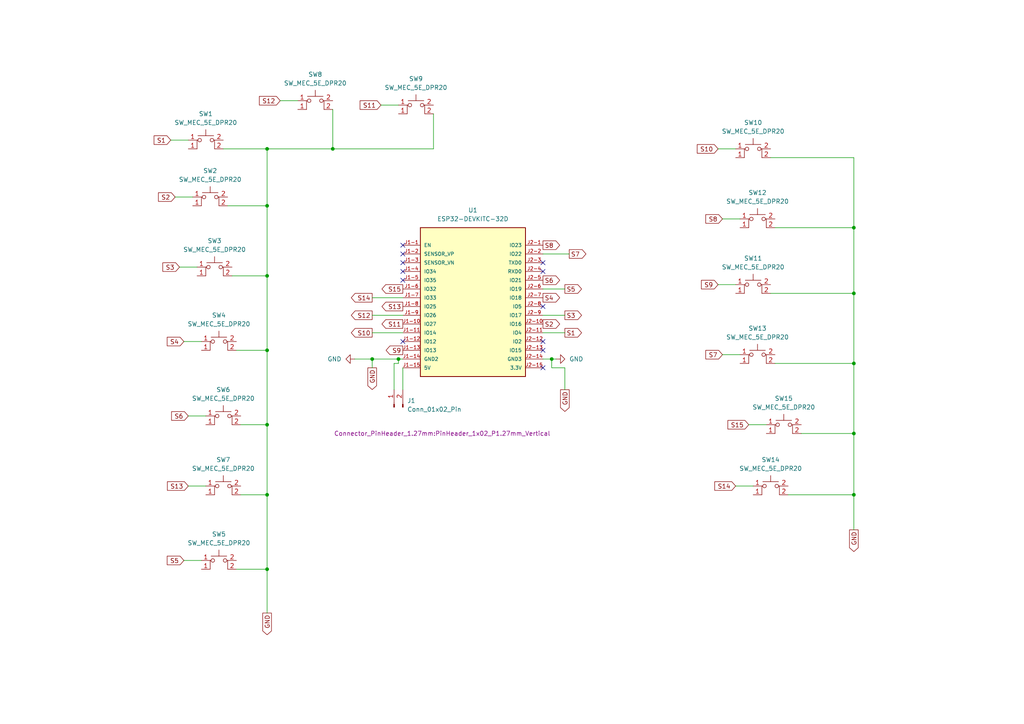
<source format=kicad_sch>
(kicad_sch (version 20230121) (generator eeschema)

  (uuid 8ef0a4eb-efe8-445f-bfd9-0d088f9416fd)

  (paper "A4")

  (title_block
    (title "Teclado macros Bluetooth")
    (date "2024-08-15")
    (rev "V1")
    (company "Daniel Prieto")
  )

  (lib_symbols
    (symbol "Connector:Conn_01x02_Pin" (pin_names (offset 1.016) hide) (in_bom yes) (on_board yes)
      (property "Reference" "J" (at 0 2.54 0)
        (effects (font (size 1.27 1.27)))
      )
      (property "Value" "Conn_01x02_Pin" (at 0 -5.08 0)
        (effects (font (size 1.27 1.27)))
      )
      (property "Footprint" "" (at 0 0 0)
        (effects (font (size 1.27 1.27)) hide)
      )
      (property "Datasheet" "~" (at 0 0 0)
        (effects (font (size 1.27 1.27)) hide)
      )
      (property "ki_locked" "" (at 0 0 0)
        (effects (font (size 1.27 1.27)))
      )
      (property "ki_keywords" "connector" (at 0 0 0)
        (effects (font (size 1.27 1.27)) hide)
      )
      (property "ki_description" "Generic connector, single row, 01x02, script generated" (at 0 0 0)
        (effects (font (size 1.27 1.27)) hide)
      )
      (property "ki_fp_filters" "Connector*:*_1x??_*" (at 0 0 0)
        (effects (font (size 1.27 1.27)) hide)
      )
      (symbol "Conn_01x02_Pin_1_1"
        (polyline
          (pts
            (xy 1.27 -2.54)
            (xy 0.8636 -2.54)
          )
          (stroke (width 0.1524) (type default))
          (fill (type none))
        )
        (polyline
          (pts
            (xy 1.27 0)
            (xy 0.8636 0)
          )
          (stroke (width 0.1524) (type default))
          (fill (type none))
        )
        (rectangle (start 0.8636 -2.413) (end 0 -2.667)
          (stroke (width 0.1524) (type default))
          (fill (type outline))
        )
        (rectangle (start 0.8636 0.127) (end 0 -0.127)
          (stroke (width 0.1524) (type default))
          (fill (type outline))
        )
        (pin passive line (at 5.08 0 180) (length 3.81)
          (name "Pin_1" (effects (font (size 1.27 1.27))))
          (number "1" (effects (font (size 1.27 1.27))))
        )
        (pin passive line (at 5.08 -2.54 180) (length 3.81)
          (name "Pin_2" (effects (font (size 1.27 1.27))))
          (number "2" (effects (font (size 1.27 1.27))))
        )
      )
    )
    (symbol "ESP32-DEVKITC-32D_1" (pin_names (offset 1.016)) (in_bom yes) (on_board yes)
      (property "Reference" "U" (at -15.2572 26.0643 0)
        (effects (font (size 1.27 1.27)) (justify left bottom))
      )
      (property "Value" "ESP32-DEVKITC-32D" (at -15.24 -20.32 0)
        (effects (font (size 1.27 1.27)) (justify left bottom))
      )
      (property "Footprint" "ESP32-DEVKITC-32D:MODULE_ESP32-DEVKITC-32D" (at 0 30.48 0)
        (effects (font (size 1.27 1.27)) (justify bottom) hide)
      )
      (property "Datasheet" "" (at 0 31.75 0)
        (effects (font (size 1.27 1.27)) hide)
      )
      (property "MF" "Espressif Systems" (at -1.27 26.67 0)
        (effects (font (size 1.27 1.27)) (justify bottom) hide)
      )
      (property "MAXIMUM_PACKAGE_HEIGHT" "N/A" (at 0 31.75 0)
        (effects (font (size 1.27 1.27)) (justify bottom) hide)
      )
      (property "Package" "None" (at 0 30.48 0)
        (effects (font (size 1.27 1.27)) (justify bottom) hide)
      )
      (property "Price" "None" (at 0 30.48 0)
        (effects (font (size 1.27 1.27)) (justify bottom) hide)
      )
      (property "Check_prices" "https://www.snapeda.com/parts/ESP32-DEVKITC-32D/Espressif+Systems/view-part/?ref=eda" (at 1.27 38.1 0)
        (effects (font (size 1.27 1.27)) (justify bottom) hide)
      )
      (property "STANDARD" "Manufacturer Recommendations" (at 0 30.48 0)
        (effects (font (size 1.27 1.27)) (justify bottom) hide)
      )
      (property "PARTREV" "V4" (at 0 31.75 0)
        (effects (font (size 1.27 1.27)) (justify bottom) hide)
      )
      (property "SnapEDA_Link" "https://www.snapeda.com/parts/ESP32-DEVKITC-32D/Espressif+Systems/view-part/?ref=snap" (at 1.27 34.29 0)
        (effects (font (size 1.27 1.27)) (justify bottom) hide)
      )
      (property "MP" "ESP32-DEVKITC-32D" (at 0 30.48 0)
        (effects (font (size 1.27 1.27)) (justify bottom) hide)
      )
      (property "Description" "\nWiFi Development Tools (802.11) ESP32 General Development Kit, ESP32-WROOM-32D on the board\n" (at 1.27 34.29 0)
        (effects (font (size 1.27 1.27)) (justify bottom) hide)
      )
      (property "MANUFACTURER" "Espressif Systems" (at 0 30.48 0)
        (effects (font (size 1.27 1.27)) (justify bottom) hide)
      )
      (property "Availability" "In Stock" (at 0 30.48 0)
        (effects (font (size 1.27 1.27)) (justify bottom) hide)
      )
      (property "SNAPEDA_PN" "ESP32-DEVKITC-32D" (at 0 30.48 0)
        (effects (font (size 1.27 1.27)) (justify bottom) hide)
      )
      (symbol "ESP32-DEVKITC-32D_1_0_0"
        (rectangle (start -15.24 25.4) (end 15.24 -17.78)
          (stroke (width 0.254) (type default))
          (fill (type background))
        )
      )
      (symbol "ESP32-DEVKITC-32D_1_1_0"
        (pin input line (at -20.32 20.32 0) (length 5.08)
          (name "EN" (effects (font (size 1.016 1.016))))
          (number "J1-1" (effects (font (size 1.016 1.016))))
        )
        (pin bidirectional line (at -20.32 -2.54 0) (length 5.08)
          (name "IO27" (effects (font (size 1.016 1.016))))
          (number "J1-10" (effects (font (size 1.016 1.016))))
        )
        (pin bidirectional line (at -20.32 -5.08 0) (length 5.08)
          (name "IO14" (effects (font (size 1.016 1.016))))
          (number "J1-11" (effects (font (size 1.016 1.016))))
        )
        (pin bidirectional line (at -20.32 -7.62 0) (length 5.08)
          (name "IO12" (effects (font (size 1.016 1.016))))
          (number "J1-12" (effects (font (size 1.016 1.016))))
        )
        (pin bidirectional line (at -20.32 -10.16 0) (length 5.08)
          (name "IO13" (effects (font (size 1.016 1.016))))
          (number "J1-13" (effects (font (size 1.016 1.016))))
        )
        (pin power_in line (at -20.32 -12.7 0) (length 5.08)
          (name "GND2" (effects (font (size 1.016 1.016))))
          (number "J1-14" (effects (font (size 1.016 1.016))))
        )
        (pin power_in line (at -20.32 -15.24 0) (length 5.08)
          (name "5V" (effects (font (size 1.016 1.016))))
          (number "J1-15" (effects (font (size 1.016 1.016))))
        )
        (pin input line (at -20.32 17.78 0) (length 5.08)
          (name "SENSOR_VP" (effects (font (size 1.016 1.016))))
          (number "J1-2" (effects (font (size 1.016 1.016))))
        )
        (pin input line (at -20.32 15.24 0) (length 5.08)
          (name "SENSOR_VN" (effects (font (size 1.016 1.016))))
          (number "J1-3" (effects (font (size 1.016 1.016))))
        )
        (pin bidirectional line (at -20.32 12.7 0) (length 5.08)
          (name "IO34" (effects (font (size 1.016 1.016))))
          (number "J1-4" (effects (font (size 1.016 1.016))))
        )
        (pin bidirectional line (at -20.32 10.16 0) (length 5.08)
          (name "IO35" (effects (font (size 1.016 1.016))))
          (number "J1-5" (effects (font (size 1.016 1.016))))
        )
        (pin bidirectional line (at -20.32 7.62 0) (length 5.08)
          (name "IO32" (effects (font (size 1.016 1.016))))
          (number "J1-6" (effects (font (size 1.016 1.016))))
        )
        (pin bidirectional line (at -20.32 5.08 0) (length 5.08)
          (name "IO33" (effects (font (size 1.016 1.016))))
          (number "J1-7" (effects (font (size 1.016 1.016))))
        )
        (pin bidirectional line (at -20.32 2.54 0) (length 5.08)
          (name "IO25" (effects (font (size 1.016 1.016))))
          (number "J1-8" (effects (font (size 1.016 1.016))))
        )
        (pin bidirectional line (at -20.32 0 0) (length 5.08)
          (name "IO26" (effects (font (size 1.016 1.016))))
          (number "J1-9" (effects (font (size 1.016 1.016))))
        )
        (pin bidirectional line (at 20.32 20.32 180) (length 5.08)
          (name "IO23" (effects (font (size 1.016 1.016))))
          (number "J2-1" (effects (font (size 1.016 1.016))))
        )
        (pin bidirectional line (at 20.32 -2.54 180) (length 5.08)
          (name "IO16" (effects (font (size 1.016 1.016))))
          (number "J2-10" (effects (font (size 1.016 1.016))))
        )
        (pin bidirectional line (at 20.32 -5.08 180) (length 5.08)
          (name "IO4" (effects (font (size 1.016 1.016))))
          (number "J2-11" (effects (font (size 1.016 1.016))))
        )
        (pin bidirectional line (at 20.32 -7.62 180) (length 5.08)
          (name "IO2" (effects (font (size 1.016 1.016))))
          (number "J2-12" (effects (font (size 1.016 1.016))))
        )
        (pin bidirectional line (at 20.32 -10.16 180) (length 5.08)
          (name "IO15" (effects (font (size 1.016 1.016))))
          (number "J2-13" (effects (font (size 1.016 1.016))))
        )
        (pin power_in line (at 20.32 -12.7 180) (length 5.08)
          (name "GND3" (effects (font (size 1.016 1.016))))
          (number "J2-14" (effects (font (size 1.016 1.016))))
        )
        (pin power_in line (at 20.32 -15.24 180) (length 5.08)
          (name "3.3V" (effects (font (size 1.016 1.016))))
          (number "J2-15" (effects (font (size 1.016 1.016))))
        )
        (pin bidirectional line (at 20.32 17.78 180) (length 5.08)
          (name "IO22" (effects (font (size 1.016 1.016))))
          (number "J2-2" (effects (font (size 1.016 1.016))))
        )
        (pin output line (at 20.32 15.24 180) (length 5.08)
          (name "TXD0" (effects (font (size 1.016 1.016))))
          (number "J2-3" (effects (font (size 1.016 1.016))))
        )
        (pin input line (at 20.32 12.7 180) (length 5.08)
          (name "RXD0" (effects (font (size 1.016 1.016))))
          (number "J2-4" (effects (font (size 1.016 1.016))))
        )
        (pin bidirectional line (at 20.32 10.16 180) (length 5.08)
          (name "IO21" (effects (font (size 1.016 1.016))))
          (number "J2-5" (effects (font (size 1.016 1.016))))
        )
        (pin bidirectional line (at 20.32 7.62 180) (length 5.08)
          (name "IO19" (effects (font (size 1.016 1.016))))
          (number "J2-6" (effects (font (size 1.016 1.016))))
        )
        (pin bidirectional line (at 20.32 5.08 180) (length 5.08)
          (name "IO18" (effects (font (size 1.016 1.016))))
          (number "J2-7" (effects (font (size 1.016 1.016))))
        )
        (pin bidirectional line (at 20.32 2.54 180) (length 5.08)
          (name "IO5" (effects (font (size 1.016 1.016))))
          (number "J2-8" (effects (font (size 1.016 1.016))))
        )
        (pin bidirectional line (at 20.32 0 180) (length 5.08)
          (name "IO17" (effects (font (size 1.016 1.016))))
          (number "J2-9" (effects (font (size 1.016 1.016))))
        )
      )
    )
    (symbol "SW_MEC_5E_1" (pin_names (offset 1.016) hide) (in_bom yes) (on_board yes)
      (property "Reference" "SW" (at 0.635 5.715 0)
        (effects (font (size 1.27 1.27)) (justify left))
      )
      (property "Value" "SW_MEC_5E" (at 0 -3.175 0)
        (effects (font (size 1.27 1.27)))
      )
      (property "Footprint" "" (at 0 7.62 0)
        (effects (font (size 1.27 1.27)) hide)
      )
      (property "Datasheet" "http://www.apem.com/int/index.php?controller=attachment&id_attachment=1371" (at 0 7.62 0)
        (effects (font (size 1.27 1.27)) hide)
      )
      (property "ki_keywords" "switch normally-open pushbutton push-button" (at 0 0 0)
        (effects (font (size 1.27 1.27)) hide)
      )
      (property "ki_description" "MEC 5E single pole normally-open tactile switch" (at 0 0 0)
        (effects (font (size 1.27 1.27)) hide)
      )
      (property "ki_fp_filters" "SW*MEC*5G*" (at 0 0 0)
        (effects (font (size 1.27 1.27)) hide)
      )
      (symbol "SW_MEC_5E_1_0_1"
        (circle (center -1.778 2.54) (radius 0.508)
          (stroke (width 0) (type default))
          (fill (type none))
        )
        (polyline
          (pts
            (xy -2.286 3.81)
            (xy 2.286 3.81)
          )
          (stroke (width 0) (type default))
          (fill (type none))
        )
        (polyline
          (pts
            (xy 0 3.81)
            (xy 0 5.588)
          )
          (stroke (width 0) (type default))
          (fill (type none))
        )
        (polyline
          (pts
            (xy -2.54 0)
            (xy -2.54 2.54)
            (xy -2.286 2.54)
          )
          (stroke (width 0) (type default))
          (fill (type none))
        )
        (polyline
          (pts
            (xy 2.54 0)
            (xy 2.54 2.54)
            (xy 2.286 2.54)
          )
          (stroke (width 0) (type default))
          (fill (type none))
        )
        (circle (center 1.778 2.54) (radius 0.508)
          (stroke (width 0) (type default))
          (fill (type none))
        )
      )
      (symbol "SW_MEC_5E_1_1_1"
        (pin passive line (at -5.08 0 0) (length 2.54)
          (name "1" (effects (font (size 1.27 1.27))))
          (number "1" (effects (font (size 1.27 1.27))))
        )
        (pin passive line (at -5.08 2.54 0) (length 2.54)
          (name "1" (effects (font (size 1.27 1.27))))
          (number "1" (effects (font (size 1.27 1.27))))
        )
        (pin passive line (at 5.08 0 180) (length 2.54)
          (name "2" (effects (font (size 1.27 1.27))))
          (number "2" (effects (font (size 1.27 1.27))))
        )
        (pin passive line (at 5.08 2.54 180) (length 2.54)
          (name "2" (effects (font (size 1.27 1.27))))
          (number "2" (effects (font (size 1.27 1.27))))
        )
      )
    )
    (symbol "Switch:SW_MEC_5E_DPR20" (pin_names (offset 1.016) hide) (in_bom yes) (on_board yes)
      (property "Reference" "SW" (at 0.635 5.715 0)
        (effects (font (size 1.27 1.27)) (justify left))
      )
      (property "Value" "SW_MEC_5E_DPR20" (at 0 -3.175 0)
        (effects (font (size 1.27 1.27)))
      )
      (property "Footprint" "" (at 0 7.62 0)
        (effects (font (size 1.27 1.27)) hide)
      )
      (property "Datasheet" "http://www.apem.com/int/index.php?controller=attachment&id_attachment=1371" (at 0 7.62 0)
        (effects (font (size 1.27 1.27)) hide)
      )
      (property "ki_keywords" "switch normally-open pushbutton push-button" (at 0 0 0)
        (effects (font (size 1.27 1.27)) hide)
      )
      (property "ki_description" "MEC 5E single pole normally-open tactile switch" (at 0 0 0)
        (effects (font (size 1.27 1.27)) hide)
      )
      (property "ki_fp_filters" "SW*MEC*5G*" (at 0 0 0)
        (effects (font (size 1.27 1.27)) hide)
      )
      (symbol "SW_MEC_5E_DPR20_0_1"
        (circle (center -1.778 2.54) (radius 0.508)
          (stroke (width 0) (type default))
          (fill (type none))
        )
        (polyline
          (pts
            (xy -2.286 3.81)
            (xy 2.286 3.81)
          )
          (stroke (width 0) (type default))
          (fill (type none))
        )
        (polyline
          (pts
            (xy 0 3.81)
            (xy 0 5.588)
          )
          (stroke (width 0) (type default))
          (fill (type none))
        )
        (polyline
          (pts
            (xy -2.54 0)
            (xy -2.54 2.54)
            (xy -2.286 2.54)
          )
          (stroke (width 0) (type default))
          (fill (type none))
        )
        (polyline
          (pts
            (xy 2.54 0)
            (xy 2.54 2.54)
            (xy 2.286 2.54)
          )
          (stroke (width 0) (type default))
          (fill (type none))
        )
        (circle (center 1.778 2.54) (radius 0.508)
          (stroke (width 0) (type default))
          (fill (type none))
        )
      )
      (symbol "SW_MEC_5E_DPR20_1_1"
        (pin passive line (at -5.08 0 0) (length 2.54)
          (name "1" (effects (font (size 1.27 1.27))))
          (number "1" (effects (font (size 1.27 1.27))))
        )
        (pin passive line (at -5.08 2.54 0) (length 2.54)
          (name "1" (effects (font (size 1.27 1.27))))
          (number "1" (effects (font (size 1.27 1.27))))
        )
        (pin passive line (at 5.08 0 180) (length 2.54)
          (name "2" (effects (font (size 1.27 1.27))))
          (number "2" (effects (font (size 1.27 1.27))))
        )
        (pin passive line (at 5.08 2.54 180) (length 2.54)
          (name "2" (effects (font (size 1.27 1.27))))
          (number "2" (effects (font (size 1.27 1.27))))
        )
      )
    )
    (symbol "power:GND" (power) (pin_names (offset 0)) (in_bom yes) (on_board yes)
      (property "Reference" "#PWR" (at 0 -6.35 0)
        (effects (font (size 1.27 1.27)) hide)
      )
      (property "Value" "GND" (at 0 -3.81 0)
        (effects (font (size 1.27 1.27)))
      )
      (property "Footprint" "" (at 0 0 0)
        (effects (font (size 1.27 1.27)) hide)
      )
      (property "Datasheet" "" (at 0 0 0)
        (effects (font (size 1.27 1.27)) hide)
      )
      (property "ki_keywords" "global power" (at 0 0 0)
        (effects (font (size 1.27 1.27)) hide)
      )
      (property "ki_description" "Power symbol creates a global label with name \"GND\" , ground" (at 0 0 0)
        (effects (font (size 1.27 1.27)) hide)
      )
      (symbol "GND_0_1"
        (polyline
          (pts
            (xy 0 0)
            (xy 0 -1.27)
            (xy 1.27 -1.27)
            (xy 0 -2.54)
            (xy -1.27 -1.27)
            (xy 0 -1.27)
          )
          (stroke (width 0) (type default))
          (fill (type none))
        )
      )
      (symbol "GND_1_1"
        (pin power_in line (at 0 0 270) (length 0) hide
          (name "GND" (effects (font (size 1.27 1.27))))
          (number "1" (effects (font (size 1.27 1.27))))
        )
      )
    )
  )

  (junction (at 247.65 125.73) (diameter 0) (color 0 0 0 0)
    (uuid 13207f69-8ea3-49f9-8262-22a172e4e4a9)
  )
  (junction (at 77.47 59.69) (diameter 0) (color 0 0 0 0)
    (uuid 32a706d9-10f6-4007-b3a6-bb4da5904ace)
  )
  (junction (at 247.65 143.51) (diameter 0) (color 0 0 0 0)
    (uuid 34b6d63b-21f9-477c-8cb5-22c55033760f)
  )
  (junction (at 77.47 80.01) (diameter 0) (color 0 0 0 0)
    (uuid 495fe60f-6c09-4978-b762-778572ddc58a)
  )
  (junction (at 96.52 43.18) (diameter 0) (color 0 0 0 0)
    (uuid 4d7036ca-13b4-4297-ab8b-14b070fd030e)
  )
  (junction (at 247.65 105.41) (diameter 0) (color 0 0 0 0)
    (uuid 4e2cc79d-c2c4-4d58-8191-8c923c3bf535)
  )
  (junction (at 77.47 123.19) (diameter 0) (color 0 0 0 0)
    (uuid 4f9383b3-01bb-48c8-a22e-6dc8f03f6a58)
  )
  (junction (at 77.47 101.6) (diameter 0) (color 0 0 0 0)
    (uuid 570f7fdb-e0ec-4afe-89c9-6864f46fa90b)
  )
  (junction (at 115.57 104.14) (diameter 0) (color 0 0 0 0)
    (uuid 5a6859c7-829c-41c1-8476-fc2c3cd0c782)
  )
  (junction (at 160.02 104.14) (diameter 0) (color 0 0 0 0)
    (uuid 693d9d84-6ff5-4ddd-9b27-81181163264c)
  )
  (junction (at 107.95 104.14) (diameter 0) (color 0 0 0 0)
    (uuid 7f28b300-a4eb-42d2-beac-5786a3ec981e)
  )
  (junction (at 247.65 66.04) (diameter 0) (color 0 0 0 0)
    (uuid 806a5d9d-1fef-4caf-9f87-45b35b4a3cf7)
  )
  (junction (at 77.47 143.51) (diameter 0) (color 0 0 0 0)
    (uuid 9447e014-3d89-4341-bb31-4590508972bd)
  )
  (junction (at 77.47 43.18) (diameter 0) (color 0 0 0 0)
    (uuid b41a94d1-2bcc-4b9d-a10f-72f43b9d112c)
  )
  (junction (at 247.65 85.09) (diameter 0) (color 0 0 0 0)
    (uuid d0608fb4-7cf5-4f03-909f-2e913dc6ba71)
  )
  (junction (at 77.47 165.1) (diameter 0) (color 0 0 0 0)
    (uuid f43b1c99-c1e5-4409-bdf9-47d7e27aa22a)
  )

  (no_connect (at 157.48 76.2) (uuid 1b520271-f6b2-4424-b5d5-2deb32f8674d))
  (no_connect (at 116.84 73.66) (uuid 1c1a66cf-1003-48d3-bf24-14184b28fb1c))
  (no_connect (at 116.84 81.28) (uuid 2471ee9c-783a-4afd-a9e7-371f8be7916f))
  (no_connect (at 157.48 78.74) (uuid 3eab1aa5-a5f6-4a34-81fa-8b589b21731e))
  (no_connect (at 157.48 101.6) (uuid 42ef4a45-fee9-4244-a77a-f5d6b3a756ce))
  (no_connect (at 116.84 78.74) (uuid 5ea2f48b-c9b8-470a-babd-df14c33758d7))
  (no_connect (at 116.84 71.12) (uuid 7348cf18-d2bd-43f7-bb0d-f1a001be30ec))
  (no_connect (at 116.84 76.2) (uuid 92257370-f11e-44a7-a8ef-eccd94da8d0d))
  (no_connect (at 157.48 106.68) (uuid ad6d2164-cd3f-4499-a0c3-a4d9aa5c0c79))
  (no_connect (at 157.48 88.9) (uuid bec74a3c-29d5-4f9d-9c20-840fb1c8bd15))
  (no_connect (at 157.48 99.06) (uuid f1c23882-aeec-44df-909a-251fc9e597c5))
  (no_connect (at 116.84 99.06) (uuid fda62142-a80a-4c5c-b9bf-38c9d8f9d9f2))

  (wire (pts (xy 208.28 82.55) (xy 213.36 82.55))
    (stroke (width 0) (type default))
    (uuid 0569ec60-f8c6-4448-9434-c8b5b5ffeb8e)
  )
  (wire (pts (xy 115.57 105.41) (xy 115.57 104.14))
    (stroke (width 0) (type default))
    (uuid 06ba0abc-3247-4149-a633-eab2848279f6)
  )
  (wire (pts (xy 114.3 113.03) (xy 114.3 105.41))
    (stroke (width 0) (type default))
    (uuid 0a352c10-9ddb-4171-bc24-6f6d2662d2da)
  )
  (wire (pts (xy 157.48 96.52) (xy 163.83 96.52))
    (stroke (width 0) (type default))
    (uuid 0f10109b-f91a-409a-809b-88b1b4725f43)
  )
  (wire (pts (xy 68.58 101.6) (xy 77.47 101.6))
    (stroke (width 0) (type default))
    (uuid 0f910e42-9ade-4782-bcf5-af394fd0ef66)
  )
  (wire (pts (xy 66.04 59.69) (xy 77.47 59.69))
    (stroke (width 0) (type default))
    (uuid 12b8beb4-a656-4ad8-bc09-96f5e70e3196)
  )
  (wire (pts (xy 96.52 31.75) (xy 96.52 43.18))
    (stroke (width 0) (type default))
    (uuid 14784d80-7bad-4339-a098-613cce1f81a5)
  )
  (wire (pts (xy 223.52 85.09) (xy 247.65 85.09))
    (stroke (width 0) (type default))
    (uuid 19fe3eb7-2bb9-4de8-9622-de85b13292ae)
  )
  (wire (pts (xy 247.65 105.41) (xy 247.65 85.09))
    (stroke (width 0) (type default))
    (uuid 2149e348-7ef3-4af2-a66c-58ad1287ec8c)
  )
  (wire (pts (xy 157.48 83.82) (xy 163.83 83.82))
    (stroke (width 0) (type default))
    (uuid 28ca3670-cde7-4f38-895e-e54b75164751)
  )
  (wire (pts (xy 53.34 162.56) (xy 58.42 162.56))
    (stroke (width 0) (type default))
    (uuid 2fc16177-5bc1-41e3-b7f2-20546dc7cf5e)
  )
  (wire (pts (xy 114.3 105.41) (xy 115.57 105.41))
    (stroke (width 0) (type default))
    (uuid 314ef66a-f95d-4b89-97a4-3fb8b820c2ee)
  )
  (wire (pts (xy 50.8 57.15) (xy 55.88 57.15))
    (stroke (width 0) (type default))
    (uuid 33efc6a6-86e0-4af4-a489-835f10d10547)
  )
  (wire (pts (xy 77.47 43.18) (xy 77.47 59.69))
    (stroke (width 0) (type default))
    (uuid 37314e5b-6a7f-49fe-bd4a-8103e7520a59)
  )
  (wire (pts (xy 209.55 63.5) (xy 214.63 63.5))
    (stroke (width 0) (type default))
    (uuid 3917967e-8341-4968-bdcd-a5388291b3fe)
  )
  (wire (pts (xy 77.47 59.69) (xy 77.47 80.01))
    (stroke (width 0) (type default))
    (uuid 3b0b5696-7158-475b-8e82-ec59c77698d2)
  )
  (wire (pts (xy 228.6 143.51) (xy 247.65 143.51))
    (stroke (width 0) (type default))
    (uuid 3d153bd2-40b9-4d5b-a149-6e451246425d)
  )
  (wire (pts (xy 232.41 125.73) (xy 247.65 125.73))
    (stroke (width 0) (type default))
    (uuid 3ecadd83-708e-4396-aba9-b635853a4567)
  )
  (wire (pts (xy 163.83 113.03) (xy 163.83 106.68))
    (stroke (width 0) (type default))
    (uuid 467cdb73-fb5a-4546-b81e-ec8c9f680528)
  )
  (wire (pts (xy 67.31 80.01) (xy 77.47 80.01))
    (stroke (width 0) (type default))
    (uuid 479d11b6-b33f-44f2-96c0-a69b12321b8b)
  )
  (wire (pts (xy 77.47 123.19) (xy 77.47 143.51))
    (stroke (width 0) (type default))
    (uuid 4e1adbde-e4b0-4487-8ae4-0fffe0a08073)
  )
  (wire (pts (xy 102.87 104.14) (xy 107.95 104.14))
    (stroke (width 0) (type default))
    (uuid 4e61ad9c-df84-4760-8089-886061307df2)
  )
  (wire (pts (xy 52.07 77.47) (xy 57.15 77.47))
    (stroke (width 0) (type default))
    (uuid 5db848cc-45d1-40c2-966b-677fc64958e8)
  )
  (wire (pts (xy 77.47 101.6) (xy 77.47 123.19))
    (stroke (width 0) (type default))
    (uuid 5f96c818-559a-411a-affc-9a3aa049bce2)
  )
  (wire (pts (xy 53.34 99.06) (xy 58.42 99.06))
    (stroke (width 0) (type default))
    (uuid 62214c9c-d0d6-41ed-aa3c-6167c0167e13)
  )
  (wire (pts (xy 217.17 123.19) (xy 222.25 123.19))
    (stroke (width 0) (type default))
    (uuid 6480538f-8191-40cc-b21b-baf5f102c7f3)
  )
  (wire (pts (xy 69.85 143.51) (xy 77.47 143.51))
    (stroke (width 0) (type default))
    (uuid 65cc64f5-681c-4bba-9c73-3843b40af130)
  )
  (wire (pts (xy 54.61 140.97) (xy 59.69 140.97))
    (stroke (width 0) (type default))
    (uuid 661daee1-9263-498f-b5f8-42699f96ebd3)
  )
  (wire (pts (xy 224.79 105.41) (xy 247.65 105.41))
    (stroke (width 0) (type default))
    (uuid 6cf42ef3-e252-4753-8ac8-489e2068c790)
  )
  (wire (pts (xy 54.61 120.65) (xy 59.69 120.65))
    (stroke (width 0) (type default))
    (uuid 6d1afe8b-5429-4abd-9881-e5d91542d356)
  )
  (wire (pts (xy 247.65 143.51) (xy 247.65 125.73))
    (stroke (width 0) (type default))
    (uuid 6da7d0cf-75a0-4b37-b787-a1fb1d3ee459)
  )
  (wire (pts (xy 107.95 104.14) (xy 107.95 106.68))
    (stroke (width 0) (type default))
    (uuid 71c09513-443b-49fb-b275-8db900e008d8)
  )
  (wire (pts (xy 157.48 73.66) (xy 165.1 73.66))
    (stroke (width 0) (type default))
    (uuid 75848deb-d687-4e70-a820-5acf79de0cc5)
  )
  (wire (pts (xy 224.79 66.04) (xy 247.65 66.04))
    (stroke (width 0) (type default))
    (uuid 7591d2ba-e2d7-49f3-95ef-052fdfa036b5)
  )
  (wire (pts (xy 209.55 102.87) (xy 214.63 102.87))
    (stroke (width 0) (type default))
    (uuid 8644d22e-6284-44fa-97ee-f4aea651f3f5)
  )
  (wire (pts (xy 247.65 125.73) (xy 247.65 105.41))
    (stroke (width 0) (type default))
    (uuid 86685528-d5c6-4ecb-a9ef-dbc9e70a685c)
  )
  (wire (pts (xy 247.65 85.09) (xy 247.65 66.04))
    (stroke (width 0) (type default))
    (uuid 88f4baba-6552-45b6-8832-add6dad2cbbf)
  )
  (wire (pts (xy 69.85 123.19) (xy 77.47 123.19))
    (stroke (width 0) (type default))
    (uuid 992026ab-dc80-4822-881e-7d905fa463dd)
  )
  (wire (pts (xy 160.02 106.68) (xy 160.02 104.14))
    (stroke (width 0) (type default))
    (uuid a132c929-058e-421b-a338-98b1b119a26f)
  )
  (wire (pts (xy 49.53 40.64) (xy 54.61 40.64))
    (stroke (width 0) (type default))
    (uuid a21fb939-6107-43d7-9f34-f1b5e316c6d8)
  )
  (wire (pts (xy 68.58 165.1) (xy 77.47 165.1))
    (stroke (width 0) (type default))
    (uuid a61d102e-fad7-49c9-a595-fbdae50e13ec)
  )
  (wire (pts (xy 115.57 104.14) (xy 116.84 104.14))
    (stroke (width 0) (type default))
    (uuid a660e145-bd5b-4b48-893a-a09d7d7e4c08)
  )
  (wire (pts (xy 107.95 86.36) (xy 116.84 86.36))
    (stroke (width 0) (type default))
    (uuid a8865e5c-7606-4c6d-b79d-128387d14619)
  )
  (wire (pts (xy 247.65 66.04) (xy 247.65 45.72))
    (stroke (width 0) (type default))
    (uuid aa7a801a-21a6-4072-8762-24129c40c984)
  )
  (wire (pts (xy 157.48 91.44) (xy 163.83 91.44))
    (stroke (width 0) (type default))
    (uuid aabcc0e4-ba57-4001-abe6-cfae2d61872a)
  )
  (wire (pts (xy 81.28 29.21) (xy 86.36 29.21))
    (stroke (width 0) (type default))
    (uuid b2d102ae-ac86-4d30-9317-04c48d33826d)
  )
  (wire (pts (xy 77.47 165.1) (xy 77.47 177.8))
    (stroke (width 0) (type default))
    (uuid b51910a8-7723-4c53-8d2a-762d7daec490)
  )
  (wire (pts (xy 116.84 106.68) (xy 116.84 113.03))
    (stroke (width 0) (type default))
    (uuid bb189673-190d-4818-94bf-7fdd56343a9a)
  )
  (wire (pts (xy 160.02 104.14) (xy 161.29 104.14))
    (stroke (width 0) (type default))
    (uuid bd25834a-a15c-46cf-906d-0ffc16d57921)
  )
  (wire (pts (xy 77.47 80.01) (xy 77.47 101.6))
    (stroke (width 0) (type default))
    (uuid bf5fd6cc-9af1-4ac6-ab8c-af9f2dcb9ac2)
  )
  (wire (pts (xy 125.73 33.02) (xy 125.73 43.18))
    (stroke (width 0) (type default))
    (uuid c132f850-1fa2-4de2-946b-5ae2b8119ed7)
  )
  (wire (pts (xy 208.28 43.18) (xy 213.36 43.18))
    (stroke (width 0) (type default))
    (uuid cb72ef22-fc30-44cd-8ea8-35c69c3fd399)
  )
  (wire (pts (xy 96.52 43.18) (xy 125.73 43.18))
    (stroke (width 0) (type default))
    (uuid cbab295b-d156-4bc7-a64a-5fe5258d2933)
  )
  (wire (pts (xy 77.47 143.51) (xy 77.47 165.1))
    (stroke (width 0) (type default))
    (uuid d28bc2fd-f831-401e-b7d1-d7c136c4a76d)
  )
  (wire (pts (xy 163.83 106.68) (xy 160.02 106.68))
    (stroke (width 0) (type default))
    (uuid d60a9671-2e2c-429b-a39f-83d4a73f1540)
  )
  (wire (pts (xy 107.95 104.14) (xy 115.57 104.14))
    (stroke (width 0) (type default))
    (uuid d7325bdb-4a25-4997-88db-e98fb59dad61)
  )
  (wire (pts (xy 247.65 153.67) (xy 247.65 143.51))
    (stroke (width 0) (type default))
    (uuid da201aeb-aa01-4b2e-b866-c913cdd6a699)
  )
  (wire (pts (xy 77.47 43.18) (xy 96.52 43.18))
    (stroke (width 0) (type default))
    (uuid dacda3e2-86cd-4299-be60-ff2cc9a14dd3)
  )
  (wire (pts (xy 107.95 91.44) (xy 116.84 91.44))
    (stroke (width 0) (type default))
    (uuid db48c383-b5cd-4a76-b49a-35866221aba1)
  )
  (wire (pts (xy 110.49 30.48) (xy 115.57 30.48))
    (stroke (width 0) (type default))
    (uuid e6b8b9d4-3029-4bfb-9cb7-56a3b38b5cb0)
  )
  (wire (pts (xy 64.77 43.18) (xy 77.47 43.18))
    (stroke (width 0) (type default))
    (uuid ebc7b40b-4acd-4a88-af0b-59f60e8a7c18)
  )
  (wire (pts (xy 213.36 140.97) (xy 218.44 140.97))
    (stroke (width 0) (type default))
    (uuid ef3f90a2-608c-4d84-b799-c73a1c990b26)
  )
  (wire (pts (xy 157.48 104.14) (xy 160.02 104.14))
    (stroke (width 0) (type default))
    (uuid f77bef2e-280c-455b-b8ca-421b45af9efe)
  )
  (wire (pts (xy 247.65 45.72) (xy 223.52 45.72))
    (stroke (width 0) (type default))
    (uuid fa686146-c5c3-4448-b885-d015006ea165)
  )
  (wire (pts (xy 107.95 96.52) (xy 116.84 96.52))
    (stroke (width 0) (type default))
    (uuid fac67b1f-3a27-47e7-94cd-5c68a7c38430)
  )

  (global_label "S2" (shape input) (at 50.8 57.15 180) (fields_autoplaced)
    (effects (font (size 1.27 1.27)) (justify right))
    (uuid 0dbbc1ae-d423-4769-b850-5a7f00baf63a)
    (property "Intersheetrefs" "${INTERSHEET_REFS}" (at 45.3958 57.15 0)
      (effects (font (size 1.27 1.27)) (justify right) hide)
    )
  )
  (global_label "S4" (shape input) (at 53.34 99.06 180) (fields_autoplaced)
    (effects (font (size 1.27 1.27)) (justify right))
    (uuid 18e4c8cb-d880-40ef-be23-4f30246b3827)
    (property "Intersheetrefs" "${INTERSHEET_REFS}" (at 47.9358 99.06 0)
      (effects (font (size 1.27 1.27)) (justify right) hide)
    )
  )
  (global_label "S10" (shape input) (at 208.28 43.18 180) (fields_autoplaced)
    (effects (font (size 1.27 1.27)) (justify right))
    (uuid 233ad54a-00dc-4963-958a-b6e0c17a1918)
    (property "Intersheetrefs" "${INTERSHEET_REFS}" (at 201.6663 43.18 0)
      (effects (font (size 1.27 1.27)) (justify right) hide)
    )
  )
  (global_label "S4" (shape output) (at 157.48 86.36 0) (fields_autoplaced)
    (effects (font (size 1.27 1.27)) (justify left))
    (uuid 3386981e-5485-44dd-9c80-a6f35503727b)
    (property "Intersheetrefs" "${INTERSHEET_REFS}" (at 162.8842 86.36 0)
      (effects (font (size 1.27 1.27)) (justify left) hide)
    )
  )
  (global_label "S2" (shape output) (at 157.48 93.98 0) (fields_autoplaced)
    (effects (font (size 1.27 1.27)) (justify left))
    (uuid 3963107a-22d7-4afa-bed7-bee6f9b8f865)
    (property "Intersheetrefs" "${INTERSHEET_REFS}" (at 162.8842 93.98 0)
      (effects (font (size 1.27 1.27)) (justify left) hide)
    )
  )
  (global_label "S11" (shape output) (at 116.84 93.98 180) (fields_autoplaced)
    (effects (font (size 1.27 1.27)) (justify right))
    (uuid 4d1d54f0-4abe-434c-a508-b92088c73fd7)
    (property "Intersheetrefs" "${INTERSHEET_REFS}" (at 110.2263 93.98 0)
      (effects (font (size 1.27 1.27)) (justify right) hide)
    )
  )
  (global_label "S3" (shape output) (at 163.83 91.44 0) (fields_autoplaced)
    (effects (font (size 1.27 1.27)) (justify left))
    (uuid 51a55f83-06b0-40f0-9745-d50ba4c391dc)
    (property "Intersheetrefs" "${INTERSHEET_REFS}" (at 169.2342 91.44 0)
      (effects (font (size 1.27 1.27)) (justify left) hide)
    )
  )
  (global_label "GND" (shape output) (at 77.47 177.8 270) (fields_autoplaced)
    (effects (font (size 1.27 1.27)) (justify right))
    (uuid 58b6fecd-4978-427b-8847-05a54103ed43)
    (property "Intersheetrefs" "${INTERSHEET_REFS}" (at 77.47 184.6557 90)
      (effects (font (size 1.27 1.27)) (justify right) hide)
    )
  )
  (global_label "GND" (shape output) (at 163.83 113.03 270) (fields_autoplaced)
    (effects (font (size 1.27 1.27)) (justify right))
    (uuid 5abd9c1f-48d6-47de-bb73-0db6edf69540)
    (property "Intersheetrefs" "${INTERSHEET_REFS}" (at 163.83 119.8857 90)
      (effects (font (size 1.27 1.27)) (justify right) hide)
    )
  )
  (global_label "S1" (shape output) (at 163.83 96.52 0) (fields_autoplaced)
    (effects (font (size 1.27 1.27)) (justify left))
    (uuid 6e1fb0bd-d07f-4172-88f1-d63ab544e703)
    (property "Intersheetrefs" "${INTERSHEET_REFS}" (at 169.2342 96.52 0)
      (effects (font (size 1.27 1.27)) (justify left) hide)
    )
  )
  (global_label "S13" (shape output) (at 116.84 88.9 180) (fields_autoplaced)
    (effects (font (size 1.27 1.27)) (justify right))
    (uuid 6eb125ed-cf15-4b72-8dec-61b825c4add2)
    (property "Intersheetrefs" "${INTERSHEET_REFS}" (at 110.2263 88.9 0)
      (effects (font (size 1.27 1.27)) (justify right) hide)
    )
  )
  (global_label "S1" (shape input) (at 49.53 40.64 180) (fields_autoplaced)
    (effects (font (size 1.27 1.27)) (justify right))
    (uuid 745a627c-1a96-430f-b06f-aaf01ad86b58)
    (property "Intersheetrefs" "${INTERSHEET_REFS}" (at 44.1258 40.64 0)
      (effects (font (size 1.27 1.27)) (justify right) hide)
    )
  )
  (global_label "S11" (shape input) (at 110.49 30.48 180) (fields_autoplaced)
    (effects (font (size 1.27 1.27)) (justify right))
    (uuid 76aba163-d08a-4f50-a7db-50eda23c1832)
    (property "Intersheetrefs" "${INTERSHEET_REFS}" (at 103.8763 30.48 0)
      (effects (font (size 1.27 1.27)) (justify right) hide)
    )
  )
  (global_label "S7" (shape output) (at 165.1 73.66 0) (fields_autoplaced)
    (effects (font (size 1.27 1.27)) (justify left))
    (uuid 84080487-49d7-4bb5-a6ed-882785b214a4)
    (property "Intersheetrefs" "${INTERSHEET_REFS}" (at 170.5042 73.66 0)
      (effects (font (size 1.27 1.27)) (justify left) hide)
    )
  )
  (global_label "S12" (shape input) (at 81.28 29.21 180) (fields_autoplaced)
    (effects (font (size 1.27 1.27)) (justify right))
    (uuid 8670c3ee-e4d2-4572-9045-91bd4bb24576)
    (property "Intersheetrefs" "${INTERSHEET_REFS}" (at 74.6663 29.21 0)
      (effects (font (size 1.27 1.27)) (justify right) hide)
    )
  )
  (global_label "S15" (shape output) (at 116.84 83.82 180) (fields_autoplaced)
    (effects (font (size 1.27 1.27)) (justify right))
    (uuid 8a2162ca-7fee-47c6-8bea-3792b4862ea9)
    (property "Intersheetrefs" "${INTERSHEET_REFS}" (at 110.2263 83.82 0)
      (effects (font (size 1.27 1.27)) (justify right) hide)
    )
  )
  (global_label "S3" (shape input) (at 52.07 77.47 180) (fields_autoplaced)
    (effects (font (size 1.27 1.27)) (justify right))
    (uuid 8d11ad9a-2e87-470d-b592-598220fdd04a)
    (property "Intersheetrefs" "${INTERSHEET_REFS}" (at 46.6658 77.47 0)
      (effects (font (size 1.27 1.27)) (justify right) hide)
    )
  )
  (global_label "S5" (shape input) (at 53.34 162.56 180) (fields_autoplaced)
    (effects (font (size 1.27 1.27)) (justify right))
    (uuid 903bcbc1-9354-4439-893b-b62955da257b)
    (property "Intersheetrefs" "${INTERSHEET_REFS}" (at 47.9358 162.56 0)
      (effects (font (size 1.27 1.27)) (justify right) hide)
    )
  )
  (global_label "S7" (shape input) (at 209.55 102.87 180) (fields_autoplaced)
    (effects (font (size 1.27 1.27)) (justify right))
    (uuid 932083a0-7c81-4653-808f-5c008066b830)
    (property "Intersheetrefs" "${INTERSHEET_REFS}" (at 204.1458 102.87 0)
      (effects (font (size 1.27 1.27)) (justify right) hide)
    )
  )
  (global_label "S9" (shape output) (at 116.84 101.6 180) (fields_autoplaced)
    (effects (font (size 1.27 1.27)) (justify right))
    (uuid 9353af8b-3858-4986-8af1-a1cdd72d5d8a)
    (property "Intersheetrefs" "${INTERSHEET_REFS}" (at 111.4358 101.6 0)
      (effects (font (size 1.27 1.27)) (justify right) hide)
    )
  )
  (global_label "S15" (shape input) (at 217.17 123.19 180) (fields_autoplaced)
    (effects (font (size 1.27 1.27)) (justify right))
    (uuid 94941306-7ce9-4b19-80ac-258fa2fc98ac)
    (property "Intersheetrefs" "${INTERSHEET_REFS}" (at 210.5563 123.19 0)
      (effects (font (size 1.27 1.27)) (justify right) hide)
    )
  )
  (global_label "S6" (shape output) (at 157.48 81.28 0) (fields_autoplaced)
    (effects (font (size 1.27 1.27)) (justify left))
    (uuid 9f67a6bf-b304-4e2e-8619-b9058157d809)
    (property "Intersheetrefs" "${INTERSHEET_REFS}" (at 162.8842 81.28 0)
      (effects (font (size 1.27 1.27)) (justify left) hide)
    )
  )
  (global_label "S10" (shape output) (at 107.95 96.52 180) (fields_autoplaced)
    (effects (font (size 1.27 1.27)) (justify right))
    (uuid a1060213-019a-4dbc-8a08-4db228f175b8)
    (property "Intersheetrefs" "${INTERSHEET_REFS}" (at 101.3363 96.52 0)
      (effects (font (size 1.27 1.27)) (justify right) hide)
    )
  )
  (global_label "S5" (shape output) (at 163.83 83.82 0) (fields_autoplaced)
    (effects (font (size 1.27 1.27)) (justify left))
    (uuid af691c48-28e3-422f-95cf-9d68c3325b14)
    (property "Intersheetrefs" "${INTERSHEET_REFS}" (at 169.2342 83.82 0)
      (effects (font (size 1.27 1.27)) (justify left) hide)
    )
  )
  (global_label "S12" (shape output) (at 107.95 91.44 180) (fields_autoplaced)
    (effects (font (size 1.27 1.27)) (justify right))
    (uuid b15f590a-efcd-4522-a8bd-7902f01d5f4d)
    (property "Intersheetrefs" "${INTERSHEET_REFS}" (at 101.3363 91.44 0)
      (effects (font (size 1.27 1.27)) (justify right) hide)
    )
  )
  (global_label "S8" (shape output) (at 157.48 71.12 0) (fields_autoplaced)
    (effects (font (size 1.27 1.27)) (justify left))
    (uuid b4259875-8358-4610-92ef-c9cf5f7ffbd8)
    (property "Intersheetrefs" "${INTERSHEET_REFS}" (at 162.8842 71.12 0)
      (effects (font (size 1.27 1.27)) (justify left) hide)
    )
  )
  (global_label "GND" (shape output) (at 247.65 153.67 270) (fields_autoplaced)
    (effects (font (size 1.27 1.27)) (justify right))
    (uuid b4d4076e-3b47-4415-a0d0-58ab7d69cff7)
    (property "Intersheetrefs" "${INTERSHEET_REFS}" (at 247.65 160.5257 90)
      (effects (font (size 1.27 1.27)) (justify right) hide)
    )
  )
  (global_label "GND" (shape output) (at 107.95 106.68 270) (fields_autoplaced)
    (effects (font (size 1.27 1.27)) (justify right))
    (uuid b55462c1-0c83-45c8-9f66-6fe98966ffa6)
    (property "Intersheetrefs" "${INTERSHEET_REFS}" (at 107.95 113.5357 90)
      (effects (font (size 1.27 1.27)) (justify right) hide)
    )
  )
  (global_label "S6" (shape input) (at 54.61 120.65 180) (fields_autoplaced)
    (effects (font (size 1.27 1.27)) (justify right))
    (uuid cdd03f29-6cc1-4d3c-8cac-444d194f8453)
    (property "Intersheetrefs" "${INTERSHEET_REFS}" (at 49.2058 120.65 0)
      (effects (font (size 1.27 1.27)) (justify right) hide)
    )
  )
  (global_label "S9" (shape input) (at 208.28 82.55 180) (fields_autoplaced)
    (effects (font (size 1.27 1.27)) (justify right))
    (uuid d35fa34d-843f-4c0b-aec8-3c5af8e62030)
    (property "Intersheetrefs" "${INTERSHEET_REFS}" (at 202.8758 82.55 0)
      (effects (font (size 1.27 1.27)) (justify right) hide)
    )
  )
  (global_label "S14" (shape output) (at 107.95 86.36 180) (fields_autoplaced)
    (effects (font (size 1.27 1.27)) (justify right))
    (uuid d64f261a-b5dc-4329-aa04-d015b049d847)
    (property "Intersheetrefs" "${INTERSHEET_REFS}" (at 101.3363 86.36 0)
      (effects (font (size 1.27 1.27)) (justify right) hide)
    )
  )
  (global_label "S13" (shape input) (at 54.61 140.97 180) (fields_autoplaced)
    (effects (font (size 1.27 1.27)) (justify right))
    (uuid d748ee59-5871-462c-aedf-2f8570fab303)
    (property "Intersheetrefs" "${INTERSHEET_REFS}" (at 47.9963 140.97 0)
      (effects (font (size 1.27 1.27)) (justify right) hide)
    )
  )
  (global_label "S14" (shape input) (at 213.36 140.97 180) (fields_autoplaced)
    (effects (font (size 1.27 1.27)) (justify right))
    (uuid dc400ff2-244f-44d1-affb-6c4f5be1d3a9)
    (property "Intersheetrefs" "${INTERSHEET_REFS}" (at 206.7463 140.97 0)
      (effects (font (size 1.27 1.27)) (justify right) hide)
    )
  )
  (global_label "S8" (shape input) (at 209.55 63.5 180) (fields_autoplaced)
    (effects (font (size 1.27 1.27)) (justify right))
    (uuid f481b9ec-96ac-47f9-bb65-d2e5e63f0411)
    (property "Intersheetrefs" "${INTERSHEET_REFS}" (at 204.1458 63.5 0)
      (effects (font (size 1.27 1.27)) (justify right) hide)
    )
  )

  (symbol (lib_name "SW_MEC_5E_1") (lib_id "Switch:SW_MEC_5E") (at 64.77 143.51 0) (unit 1)
    (in_bom yes) (on_board yes) (dnp no) (fields_autoplaced)
    (uuid 02cf4aad-7feb-4f3c-bf08-63194af3752c)
    (property "Reference" "SW7" (at 64.77 133.35 0)
      (effects (font (size 1.27 1.27)))
    )
    (property "Value" "SW_MEC_5E_DPR20" (at 64.77 135.89 0)
      (effects (font (size 1.27 1.27)))
    )
    (property "Footprint" "Button_Switch_THT:SW_PUSH_6mm_H7.3mm" (at 64.77 135.89 0)
      (effects (font (size 1.27 1.27)) hide)
    )
    (property "Datasheet" "http://www.apem.com/int/index.php?controller=attachment&id_attachment=1371" (at 64.77 135.89 0)
      (effects (font (size 1.27 1.27)) hide)
    )
    (pin "1" (uuid 4d9e7e43-f90c-4393-a43b-33fffa45183a))
    (pin "1" (uuid 641658ac-6785-437b-a422-a5216ef6388c))
    (pin "2" (uuid d49f78e9-2a15-43a7-bb8c-ace080bb783d))
    (pin "2" (uuid c367e2e9-1acb-4a0b-814f-07a58e000713))
    (instances
      (project "Tecalado_Macros_BT"
        (path "/8ef0a4eb-efe8-445f-bfd9-0d088f9416fd"
          (reference "SW7") (unit 1)
        )
      )
    )
  )

  (symbol (lib_name "SW_MEC_5E_1") (lib_id "Switch:SW_MEC_5E") (at 91.44 31.75 0) (unit 1)
    (in_bom yes) (on_board yes) (dnp no) (fields_autoplaced)
    (uuid 0c47445d-7575-4c2e-b3f5-796beb2c0038)
    (property "Reference" "SW8" (at 91.44 21.59 0)
      (effects (font (size 1.27 1.27)))
    )
    (property "Value" "SW_MEC_5E_DPR20" (at 91.44 24.13 0)
      (effects (font (size 1.27 1.27)))
    )
    (property "Footprint" "Button_Switch_THT:SW_PUSH_6mm_H7.3mm" (at 91.44 24.13 0)
      (effects (font (size 1.27 1.27)) hide)
    )
    (property "Datasheet" "http://www.apem.com/int/index.php?controller=attachment&id_attachment=1371" (at 91.44 24.13 0)
      (effects (font (size 1.27 1.27)) hide)
    )
    (pin "1" (uuid 4e092bcc-c0a7-41c0-9ccb-e8a5f70b94c8))
    (pin "1" (uuid 4e092bcc-c0a7-41c0-9ccb-e8a5f70b94c8))
    (pin "2" (uuid 73eabf28-2f04-40ac-baa6-0b86a0ffeaf4))
    (pin "2" (uuid 73eabf28-2f04-40ac-baa6-0b86a0ffeaf4))
    (instances
      (project "Tecalado_Macros_BT"
        (path "/8ef0a4eb-efe8-445f-bfd9-0d088f9416fd"
          (reference "SW8") (unit 1)
        )
      )
    )
  )

  (symbol (lib_name "SW_MEC_5E_1") (lib_id "Switch:SW_MEC_5E") (at 59.69 43.18 0) (unit 1)
    (in_bom yes) (on_board yes) (dnp no) (fields_autoplaced)
    (uuid 1414ff26-3563-4c7b-92d9-1454f1f0ce81)
    (property "Reference" "SW1" (at 59.69 33.02 0)
      (effects (font (size 1.27 1.27)))
    )
    (property "Value" "SW_MEC_5E_DPR20" (at 59.69 35.56 0)
      (effects (font (size 1.27 1.27)))
    )
    (property "Footprint" "Button_Switch_THT:SW_PUSH_6mm_H7.3mm" (at 59.69 35.56 0)
      (effects (font (size 1.27 1.27)) hide)
    )
    (property "Datasheet" "http://www.apem.com/int/index.php?controller=attachment&id_attachment=1371" (at 59.69 35.56 0)
      (effects (font (size 1.27 1.27)) hide)
    )
    (pin "1" (uuid 4f1f19fb-d1ab-4708-a563-d8fa89c3906d))
    (pin "1" (uuid 017e84c2-8081-4bac-8eb6-fc0e1fe30a87))
    (pin "2" (uuid 95bf085f-d812-431a-94dc-1af08b9f2a49))
    (pin "2" (uuid 162e75f0-9017-46c0-a3ef-2edc4cd63da0))
    (instances
      (project "Tecalado_Macros_BT"
        (path "/8ef0a4eb-efe8-445f-bfd9-0d088f9416fd"
          (reference "SW1") (unit 1)
        )
      )
    )
  )

  (symbol (lib_name "SW_MEC_5E_1") (lib_id "Switch:SW_MEC_5E") (at 219.71 105.41 0) (unit 1)
    (in_bom yes) (on_board yes) (dnp no) (fields_autoplaced)
    (uuid 1d5d5963-8e3a-40c8-9900-256eb9232179)
    (property "Reference" "SW13" (at 219.71 95.25 0)
      (effects (font (size 1.27 1.27)))
    )
    (property "Value" "SW_MEC_5E_DPR20" (at 219.71 97.79 0)
      (effects (font (size 1.27 1.27)))
    )
    (property "Footprint" "Button_Switch_THT:SW_PUSH_6mm_H7.3mm" (at 219.71 97.79 0)
      (effects (font (size 1.27 1.27)) hide)
    )
    (property "Datasheet" "http://www.apem.com/int/index.php?controller=attachment&id_attachment=1371" (at 219.71 97.79 0)
      (effects (font (size 1.27 1.27)) hide)
    )
    (pin "1" (uuid c0b8e834-7ddf-4816-b9b2-2b801e1613c7))
    (pin "1" (uuid b3d5779d-5d03-4f31-a5bc-581da717f447))
    (pin "2" (uuid 5ef586c3-dff7-444b-b974-2551a0978408))
    (pin "2" (uuid 5c26a1e4-ac8f-4e43-9059-979f94dbaef0))
    (instances
      (project "Tecalado_Macros_BT"
        (path "/8ef0a4eb-efe8-445f-bfd9-0d088f9416fd"
          (reference "SW13") (unit 1)
        )
      )
    )
  )

  (symbol (lib_id "Switch:SW_MEC_5E_DPR20") (at 120.65 33.02 0) (unit 1)
    (in_bom yes) (on_board yes) (dnp no) (fields_autoplaced)
    (uuid 22300f02-5b12-45cf-8709-25014cd05ded)
    (property "Reference" "SW9" (at 120.65 22.86 0)
      (effects (font (size 1.27 1.27)))
    )
    (property "Value" "SW_MEC_5E_DPR20" (at 120.65 25.4 0)
      (effects (font (size 1.27 1.27)))
    )
    (property "Footprint" "Button_Switch_THT:SW_PUSH_6mm_H7.3mm" (at 120.65 25.4 0)
      (effects (font (size 1.27 1.27)) hide)
    )
    (property "Datasheet" "http://www.apem.com/int/index.php?controller=attachment&id_attachment=1371" (at 120.65 25.4 0)
      (effects (font (size 1.27 1.27)) hide)
    )
    (pin "1" (uuid 162a82b0-c707-4c24-94dc-dcb109c71902))
    (pin "1" (uuid bcf63a14-e718-4005-87cc-f8580052e1e3))
    (pin "2" (uuid e974700a-444c-4a7d-98b4-1d25d2d9e817))
    (pin "2" (uuid edfb061c-8eca-4a63-8b2f-1535da141e3f))
    (instances
      (project "Tecalado_Macros_BT"
        (path "/8ef0a4eb-efe8-445f-bfd9-0d088f9416fd"
          (reference "SW9") (unit 1)
        )
      )
    )
  )

  (symbol (lib_id "power:GND") (at 102.87 104.14 270) (unit 1)
    (in_bom yes) (on_board yes) (dnp no) (fields_autoplaced)
    (uuid 24e3880f-6e90-4a9f-9079-3d325d3069e8)
    (property "Reference" "#PWR01" (at 96.52 104.14 0)
      (effects (font (size 1.27 1.27)) hide)
    )
    (property "Value" "GND" (at 99.06 104.14 90)
      (effects (font (size 1.27 1.27)) (justify right))
    )
    (property "Footprint" "" (at 102.87 104.14 0)
      (effects (font (size 1.27 1.27)) hide)
    )
    (property "Datasheet" "" (at 102.87 104.14 0)
      (effects (font (size 1.27 1.27)) hide)
    )
    (pin "1" (uuid 6bdd01e6-c4c8-4db5-9d09-beafb0983ece))
    (instances
      (project "Tecalado_Macros_BT"
        (path "/8ef0a4eb-efe8-445f-bfd9-0d088f9416fd"
          (reference "#PWR01") (unit 1)
        )
      )
    )
  )

  (symbol (lib_name "SW_MEC_5E_1") (lib_id "Switch:SW_MEC_5E") (at 218.44 85.09 0) (unit 1)
    (in_bom yes) (on_board yes) (dnp no) (fields_autoplaced)
    (uuid 2de6322b-1849-4d1f-b8f7-517b8a3da2c9)
    (property "Reference" "SW11" (at 218.44 74.93 0)
      (effects (font (size 1.27 1.27)))
    )
    (property "Value" "SW_MEC_5E_DPR20" (at 218.44 77.47 0)
      (effects (font (size 1.27 1.27)))
    )
    (property "Footprint" "Button_Switch_THT:SW_PUSH_6mm_H7.3mm" (at 218.44 77.47 0)
      (effects (font (size 1.27 1.27)) hide)
    )
    (property "Datasheet" "http://www.apem.com/int/index.php?controller=attachment&id_attachment=1371" (at 218.44 77.47 0)
      (effects (font (size 1.27 1.27)) hide)
    )
    (pin "1" (uuid 2f7ddad8-7c75-4a27-8080-665e18156f3d))
    (pin "1" (uuid cdc95725-329b-470a-8bc9-7650ab44d3fe))
    (pin "2" (uuid c93e799c-00db-434a-93f4-05eb5640e282))
    (pin "2" (uuid 16c36939-3fe0-44b7-9dd5-38afc8c263fe))
    (instances
      (project "Tecalado_Macros_BT"
        (path "/8ef0a4eb-efe8-445f-bfd9-0d088f9416fd"
          (reference "SW11") (unit 1)
        )
      )
    )
  )

  (symbol (lib_id "power:GND") (at 161.29 104.14 90) (unit 1)
    (in_bom yes) (on_board yes) (dnp no) (fields_autoplaced)
    (uuid 2f576697-7728-433a-b4dd-bba7041024f9)
    (property "Reference" "#PWR02" (at 167.64 104.14 0)
      (effects (font (size 1.27 1.27)) hide)
    )
    (property "Value" "GND" (at 165.1 104.14 90)
      (effects (font (size 1.27 1.27)) (justify right))
    )
    (property "Footprint" "" (at 161.29 104.14 0)
      (effects (font (size 1.27 1.27)) hide)
    )
    (property "Datasheet" "" (at 161.29 104.14 0)
      (effects (font (size 1.27 1.27)) hide)
    )
    (pin "1" (uuid 6e7b0ff7-1c95-44a9-b970-e3d5a293639c))
    (instances
      (project "Tecalado_Macros_BT"
        (path "/8ef0a4eb-efe8-445f-bfd9-0d088f9416fd"
          (reference "#PWR02") (unit 1)
        )
      )
    )
  )

  (symbol (lib_name "SW_MEC_5E_1") (lib_id "Switch:SW_MEC_5E") (at 64.77 123.19 0) (unit 1)
    (in_bom yes) (on_board yes) (dnp no) (fields_autoplaced)
    (uuid 366183cb-4acd-4752-800b-59bf00545d80)
    (property "Reference" "SW6" (at 64.77 113.03 0)
      (effects (font (size 1.27 1.27)))
    )
    (property "Value" "SW_MEC_5E_DPR20" (at 64.77 115.57 0)
      (effects (font (size 1.27 1.27)))
    )
    (property "Footprint" "Button_Switch_THT:SW_PUSH_6mm_H7.3mm" (at 64.77 115.57 0)
      (effects (font (size 1.27 1.27)) hide)
    )
    (property "Datasheet" "http://www.apem.com/int/index.php?controller=attachment&id_attachment=1371" (at 64.77 115.57 0)
      (effects (font (size 1.27 1.27)) hide)
    )
    (pin "1" (uuid 68a2cc29-f245-4b44-a4ff-df61bcf83edf))
    (pin "1" (uuid 2c80754b-c081-4464-84c7-497c09275d0f))
    (pin "2" (uuid 3862011d-283e-4062-b00d-462b671b186a))
    (pin "2" (uuid f0ae79f9-a5e4-494d-9c57-abb37cf3a10c))
    (instances
      (project "Tecalado_Macros_BT"
        (path "/8ef0a4eb-efe8-445f-bfd9-0d088f9416fd"
          (reference "SW6") (unit 1)
        )
      )
    )
  )

  (symbol (lib_name "SW_MEC_5E_1") (lib_id "Switch:SW_MEC_5E") (at 223.52 143.51 0) (unit 1)
    (in_bom yes) (on_board yes) (dnp no) (fields_autoplaced)
    (uuid 37fca46e-6beb-4854-b9d5-78e5b02772f4)
    (property "Reference" "SW14" (at 223.52 133.35 0)
      (effects (font (size 1.27 1.27)))
    )
    (property "Value" "SW_MEC_5E_DPR20" (at 223.52 135.89 0)
      (effects (font (size 1.27 1.27)))
    )
    (property "Footprint" "Button_Switch_THT:SW_PUSH_6mm_H7.3mm" (at 223.52 135.89 0)
      (effects (font (size 1.27 1.27)) hide)
    )
    (property "Datasheet" "http://www.apem.com/int/index.php?controller=attachment&id_attachment=1371" (at 223.52 135.89 0)
      (effects (font (size 1.27 1.27)) hide)
    )
    (pin "1" (uuid 710fed75-1980-41c7-ab90-2b03a38469e7))
    (pin "1" (uuid 710fed75-1980-41c7-ab90-2b03a38469e7))
    (pin "2" (uuid e9daafd7-8ece-4be7-8041-28734f136d59))
    (pin "2" (uuid e9daafd7-8ece-4be7-8041-28734f136d59))
    (instances
      (project "Tecalado_Macros_BT"
        (path "/8ef0a4eb-efe8-445f-bfd9-0d088f9416fd"
          (reference "SW14") (unit 1)
        )
      )
    )
  )

  (symbol (lib_name "SW_MEC_5E_1") (lib_id "Switch:SW_MEC_5E") (at 62.23 80.01 0) (unit 1)
    (in_bom yes) (on_board yes) (dnp no) (fields_autoplaced)
    (uuid 5b9a22aa-ea9f-4867-89ca-489018f21394)
    (property "Reference" "SW3" (at 62.23 69.85 0)
      (effects (font (size 1.27 1.27)))
    )
    (property "Value" "SW_MEC_5E_DPR20" (at 62.23 72.39 0)
      (effects (font (size 1.27 1.27)))
    )
    (property "Footprint" "Button_Switch_THT:SW_PUSH_6mm_H7.3mm" (at 62.23 72.39 0)
      (effects (font (size 1.27 1.27)) hide)
    )
    (property "Datasheet" "http://www.apem.com/int/index.php?controller=attachment&id_attachment=1371" (at 62.23 72.39 0)
      (effects (font (size 1.27 1.27)) hide)
    )
    (pin "1" (uuid f52200ee-7a57-46a8-bee4-750e04eb0d53))
    (pin "1" (uuid 09a9d157-2071-4198-b3f8-fd5d4c8588e6))
    (pin "2" (uuid bffc8995-24f5-4434-b967-86e449748b2c))
    (pin "2" (uuid a9ec129b-dda6-4c03-8eb8-25b7265d6577))
    (instances
      (project "Tecalado_Macros_BT"
        (path "/8ef0a4eb-efe8-445f-bfd9-0d088f9416fd"
          (reference "SW3") (unit 1)
        )
      )
    )
  )

  (symbol (lib_name "SW_MEC_5E_1") (lib_id "Switch:SW_MEC_5E") (at 63.5 101.6 0) (unit 1)
    (in_bom yes) (on_board yes) (dnp no) (fields_autoplaced)
    (uuid 64d876e0-9a8b-4913-be95-71d61d1d0e0b)
    (property "Reference" "SW4" (at 63.5 91.44 0)
      (effects (font (size 1.27 1.27)))
    )
    (property "Value" "SW_MEC_5E_DPR20" (at 63.5 93.98 0)
      (effects (font (size 1.27 1.27)))
    )
    (property "Footprint" "Button_Switch_THT:SW_PUSH_6mm_H7.3mm" (at 63.5 93.98 0)
      (effects (font (size 1.27 1.27)) hide)
    )
    (property "Datasheet" "http://www.apem.com/int/index.php?controller=attachment&id_attachment=1371" (at 63.5 93.98 0)
      (effects (font (size 1.27 1.27)) hide)
    )
    (pin "1" (uuid 24241c0b-14d2-41a5-978b-4c7b918804c2))
    (pin "1" (uuid ad97a7b0-286e-4fa9-8826-e1048e9b5be6))
    (pin "2" (uuid 2c404cf0-37e0-4565-a77c-a62554895669))
    (pin "2" (uuid af13266b-07e9-4187-9e5e-a4df80157c19))
    (instances
      (project "Tecalado_Macros_BT"
        (path "/8ef0a4eb-efe8-445f-bfd9-0d088f9416fd"
          (reference "SW4") (unit 1)
        )
      )
    )
  )

  (symbol (lib_name "SW_MEC_5E_1") (lib_id "Switch:SW_MEC_5E") (at 227.33 125.73 0) (unit 1)
    (in_bom yes) (on_board yes) (dnp no) (fields_autoplaced)
    (uuid 7ab5cf58-d5ef-460e-b7ae-d363bfb17416)
    (property "Reference" "SW15" (at 227.33 115.57 0)
      (effects (font (size 1.27 1.27)))
    )
    (property "Value" "SW_MEC_5E_DPR20" (at 227.33 118.11 0)
      (effects (font (size 1.27 1.27)))
    )
    (property "Footprint" "Button_Switch_THT:SW_PUSH_6mm_H7.3mm" (at 227.33 118.11 0)
      (effects (font (size 1.27 1.27)) hide)
    )
    (property "Datasheet" "http://www.apem.com/int/index.php?controller=attachment&id_attachment=1371" (at 227.33 118.11 0)
      (effects (font (size 1.27 1.27)) hide)
    )
    (pin "1" (uuid 77fbec6f-75f5-456b-9c10-91db15a90ce5))
    (pin "1" (uuid 06cd377c-f0bc-411a-a17b-d3e570b9fc17))
    (pin "2" (uuid d066668f-52d5-4fce-97a1-ee0357998540))
    (pin "2" (uuid f6bdd667-df1a-4cb7-b919-0b16bb5ea86b))
    (instances
      (project "Tecalado_Macros_BT"
        (path "/8ef0a4eb-efe8-445f-bfd9-0d088f9416fd"
          (reference "SW15") (unit 1)
        )
      )
    )
  )

  (symbol (lib_name "SW_MEC_5E_1") (lib_id "Switch:SW_MEC_5E") (at 63.5 165.1 0) (unit 1)
    (in_bom yes) (on_board yes) (dnp no) (fields_autoplaced)
    (uuid 83bc9fde-281e-427c-8b89-c78e15b8bb77)
    (property "Reference" "SW5" (at 63.5 154.94 0)
      (effects (font (size 1.27 1.27)))
    )
    (property "Value" "SW_MEC_5E_DPR20" (at 63.5 157.48 0)
      (effects (font (size 1.27 1.27)))
    )
    (property "Footprint" "Button_Switch_THT:SW_PUSH_6mm_H7.3mm" (at 63.5 157.48 0)
      (effects (font (size 1.27 1.27)) hide)
    )
    (property "Datasheet" "http://www.apem.com/int/index.php?controller=attachment&id_attachment=1371" (at 63.5 157.48 0)
      (effects (font (size 1.27 1.27)) hide)
    )
    (pin "1" (uuid dbe31b2e-3aef-4bd3-a0e7-f82c73bc7540))
    (pin "1" (uuid 378a2955-6907-49e9-bf42-bf3ee16330ca))
    (pin "2" (uuid 793af5f9-a6f3-4045-8952-cf35f1e739a3))
    (pin "2" (uuid b97166e0-4714-4d12-a89c-00e34b1b49fa))
    (instances
      (project "Tecalado_Macros_BT"
        (path "/8ef0a4eb-efe8-445f-bfd9-0d088f9416fd"
          (reference "SW5") (unit 1)
        )
      )
    )
  )

  (symbol (lib_id "Connector:Conn_01x02_Pin") (at 114.3 118.11 90) (unit 1)
    (in_bom yes) (on_board yes) (dnp no)
    (uuid a891caca-6ad6-44c0-b2fd-94d378e17ad1)
    (property "Reference" "J1" (at 118.11 116.205 90)
      (effects (font (size 1.27 1.27)) (justify right))
    )
    (property "Value" "Conn_01x02_Pin" (at 118.11 118.745 90)
      (effects (font (size 1.27 1.27)) (justify right))
    )
    (property "Footprint" "Connector_PinHeader_1.27mm:PinHeader_1x02_P1.27mm_Vertical" (at 128.27 125.73 90)
      (effects (font (size 1.27 1.27)))
    )
    (property "Datasheet" "~" (at 114.3 118.11 0)
      (effects (font (size 1.27 1.27)) hide)
    )
    (pin "1" (uuid 9d868515-9d08-4259-8fa7-e6b408e5f75d))
    (pin "2" (uuid d94ad2b5-99f3-4394-97b6-f5e0443b4226))
    (instances
      (project "Tecalado_Macros_BT"
        (path "/8ef0a4eb-efe8-445f-bfd9-0d088f9416fd"
          (reference "J1") (unit 1)
        )
      )
    )
  )

  (symbol (lib_name "SW_MEC_5E_1") (lib_id "Switch:SW_MEC_5E") (at 60.96 59.69 0) (unit 1)
    (in_bom yes) (on_board yes) (dnp no) (fields_autoplaced)
    (uuid b595c3d1-e5a8-4242-8bda-4fe3f14bf8f8)
    (property "Reference" "SW2" (at 60.96 49.53 0)
      (effects (font (size 1.27 1.27)))
    )
    (property "Value" "SW_MEC_5E_DPR20" (at 60.96 52.07 0)
      (effects (font (size 1.27 1.27)))
    )
    (property "Footprint" "Button_Switch_THT:SW_PUSH_6mm_H7.3mm" (at 60.96 52.07 0)
      (effects (font (size 1.27 1.27)) hide)
    )
    (property "Datasheet" "http://www.apem.com/int/index.php?controller=attachment&id_attachment=1371" (at 60.96 52.07 0)
      (effects (font (size 1.27 1.27)) hide)
    )
    (pin "1" (uuid 82c62c31-4622-44a4-95a6-644f0a32e2ba))
    (pin "1" (uuid bed6e998-c4ad-4751-bdbf-bc6e28984ae7))
    (pin "2" (uuid 93483700-ca28-4625-9a82-a368cd8dd7d0))
    (pin "2" (uuid d364e5bb-5696-4b89-b6da-5a221a6ffa6d))
    (instances
      (project "Tecalado_Macros_BT"
        (path "/8ef0a4eb-efe8-445f-bfd9-0d088f9416fd"
          (reference "SW2") (unit 1)
        )
      )
    )
  )

  (symbol (lib_name "ESP32-DEVKITC-32D_1") (lib_id "Esp32WroomDevkit30Pin:ESP32-DEVKITC-32D") (at 137.16 91.44 0) (unit 1)
    (in_bom yes) (on_board yes) (dnp no) (fields_autoplaced)
    (uuid c2758337-13fe-44ea-b27d-346568a8cf49)
    (property "Reference" "U1" (at 137.16 60.96 0)
      (effects (font (size 1.27 1.27)))
    )
    (property "Value" "ESP32-DEVKITC-32D" (at 137.16 63.5 0)
      (effects (font (size 1.27 1.27)))
    )
    (property "Footprint" "Esp30Pin:MODULE_ESP32-DEVKITC-32D" (at 137.16 60.96 0)
      (effects (font (size 1.27 1.27)) (justify bottom) hide)
    )
    (property "Datasheet" "" (at 137.16 59.69 0)
      (effects (font (size 1.27 1.27)) hide)
    )
    (property "MF" "Espressif Systems" (at 135.89 64.77 0)
      (effects (font (size 1.27 1.27)) (justify bottom) hide)
    )
    (property "MAXIMUM_PACKAGE_HEIGHT" "N/A" (at 137.16 59.69 0)
      (effects (font (size 1.27 1.27)) (justify bottom) hide)
    )
    (property "Package" "None" (at 137.16 60.96 0)
      (effects (font (size 1.27 1.27)) (justify bottom) hide)
    )
    (property "Price" "None" (at 137.16 60.96 0)
      (effects (font (size 1.27 1.27)) (justify bottom) hide)
    )
    (property "Check_prices" "https://www.snapeda.com/parts/ESP32-DEVKITC-32D/Espressif+Systems/view-part/?ref=eda" (at 138.43 53.34 0)
      (effects (font (size 1.27 1.27)) (justify bottom) hide)
    )
    (property "STANDARD" "Manufacturer Recommendations" (at 137.16 60.96 0)
      (effects (font (size 1.27 1.27)) (justify bottom) hide)
    )
    (property "PARTREV" "V4" (at 137.16 59.69 0)
      (effects (font (size 1.27 1.27)) (justify bottom) hide)
    )
    (property "SnapEDA_Link" "https://www.snapeda.com/parts/ESP32-DEVKITC-32D/Espressif+Systems/view-part/?ref=snap" (at 138.43 57.15 0)
      (effects (font (size 1.27 1.27)) (justify bottom) hide)
    )
    (property "MP" "ESP32-DEVKITC-32D" (at 137.16 60.96 0)
      (effects (font (size 1.27 1.27)) (justify bottom) hide)
    )
    (property "Description" "\nWiFi Development Tools (802.11) ESP32 General Development Kit, ESP32-WROOM-32D on the board\n" (at 138.43 57.15 0)
      (effects (font (size 1.27 1.27)) (justify bottom) hide)
    )
    (property "MANUFACTURER" "Espressif Systems" (at 137.16 60.96 0)
      (effects (font (size 1.27 1.27)) (justify bottom) hide)
    )
    (property "Availability" "In Stock" (at 137.16 60.96 0)
      (effects (font (size 1.27 1.27)) (justify bottom) hide)
    )
    (property "SNAPEDA_PN" "ESP32-DEVKITC-32D" (at 137.16 60.96 0)
      (effects (font (size 1.27 1.27)) (justify bottom) hide)
    )
    (pin "J1-1" (uuid 4d08ae31-514f-41bf-9210-92a2e9b7b930))
    (pin "J1-10" (uuid a30743c5-03ef-4386-9f4f-0d3a3467cefd))
    (pin "J1-11" (uuid e14a17bc-5e51-4903-91a7-77577c762ca8))
    (pin "J1-12" (uuid 25fa80de-4745-4e2a-9771-5ca4515d8ff2))
    (pin "J1-13" (uuid 75bf857b-e76d-43fb-b341-b097f2528025))
    (pin "J1-14" (uuid c36417e6-9a05-48c3-8c0a-ae9d1d30c469))
    (pin "J1-15" (uuid 8b1091b6-c433-4668-8900-dab9dedb2842))
    (pin "J1-2" (uuid 7400a016-733d-44d3-a00d-8d524dec25d9))
    (pin "J1-3" (uuid e19f70bf-9214-4908-910f-6e75f6a7c7ac))
    (pin "J1-4" (uuid 4c78c426-2c88-4c49-a55a-41295b3c167a))
    (pin "J1-5" (uuid c729c2d7-90a4-4418-b39d-f949c848cf93))
    (pin "J1-6" (uuid 74d46ad2-2641-4b91-96a5-ba7eaad355fc))
    (pin "J1-7" (uuid 185e59f1-6418-4b73-a10b-4c84ea3d83cd))
    (pin "J1-8" (uuid cf5eb738-892d-4a55-9cd7-f51561e12a8d))
    (pin "J1-9" (uuid d6bf39f3-c2bc-41bd-9c7d-b4712719c313))
    (pin "J2-1" (uuid bc2ea563-5633-4998-a95f-1a9c8f3ffd68))
    (pin "J2-10" (uuid f3794f71-977f-442e-a9df-cbc448421839))
    (pin "J2-11" (uuid ac630fd0-f68d-4642-8942-3d804777bd41))
    (pin "J2-12" (uuid 8982851b-eb54-45cb-9e32-4c83e4666743))
    (pin "J2-13" (uuid 637863d0-bddf-42ea-8d07-dd15adb54959))
    (pin "J2-14" (uuid a427f34e-afe3-4b35-9a50-f79a3bb36c2e))
    (pin "J2-15" (uuid 86a9c737-01a6-4127-b5d4-9aadc779cc7d))
    (pin "J2-2" (uuid 8f7ae9f4-9496-4fd0-a653-1543fcc533ea))
    (pin "J2-3" (uuid 58fda482-b3c2-4334-a7de-c2300c2d644c))
    (pin "J2-4" (uuid f21c4695-bf7c-4192-a042-5dd140e1efab))
    (pin "J2-5" (uuid c822b132-d38c-4629-a54f-c7d8746a7de5))
    (pin "J2-6" (uuid be6957d3-f14b-43da-a24d-046abd9ded99))
    (pin "J2-7" (uuid a073b296-e633-4e49-82a0-fafc8371fab5))
    (pin "J2-8" (uuid 5474fac4-b759-4bc5-8a37-1628ec8a6b73))
    (pin "J2-9" (uuid 5a8b2715-b4dd-49e1-aa6f-2b22f032d538))
    (instances
      (project "Tecalado_Macros_BT"
        (path "/8ef0a4eb-efe8-445f-bfd9-0d088f9416fd"
          (reference "U1") (unit 1)
        )
      )
    )
  )

  (symbol (lib_name "SW_MEC_5E_1") (lib_id "Switch:SW_MEC_5E") (at 218.44 45.72 0) (unit 1)
    (in_bom yes) (on_board yes) (dnp no) (fields_autoplaced)
    (uuid d2bfd5b4-fb17-4025-bd11-12ecfc46ce75)
    (property "Reference" "SW10" (at 218.44 35.56 0)
      (effects (font (size 1.27 1.27)))
    )
    (property "Value" "SW_MEC_5E_DPR20" (at 218.44 38.1 0)
      (effects (font (size 1.27 1.27)))
    )
    (property "Footprint" "Button_Switch_THT:SW_PUSH_6mm_H7.3mm" (at 218.44 38.1 0)
      (effects (font (size 1.27 1.27)) hide)
    )
    (property "Datasheet" "http://www.apem.com/int/index.php?controller=attachment&id_attachment=1371" (at 218.44 38.1 0)
      (effects (font (size 1.27 1.27)) hide)
    )
    (pin "1" (uuid 06e47c0a-270a-436d-a95e-cde11980a889))
    (pin "1" (uuid 06e47c0a-270a-436d-a95e-cde11980a889))
    (pin "2" (uuid 87cfc341-851e-447e-8414-a502f401f976))
    (pin "2" (uuid 87cfc341-851e-447e-8414-a502f401f976))
    (instances
      (project "Tecalado_Macros_BT"
        (path "/8ef0a4eb-efe8-445f-bfd9-0d088f9416fd"
          (reference "SW10") (unit 1)
        )
      )
    )
  )

  (symbol (lib_name "SW_MEC_5E_1") (lib_id "Switch:SW_MEC_5E") (at 219.71 66.04 0) (unit 1)
    (in_bom yes) (on_board yes) (dnp no) (fields_autoplaced)
    (uuid e6b58d9b-1cae-45bc-aba1-169a6ef2a091)
    (property "Reference" "SW12" (at 219.71 55.88 0)
      (effects (font (size 1.27 1.27)))
    )
    (property "Value" "SW_MEC_5E_DPR20" (at 219.71 58.42 0)
      (effects (font (size 1.27 1.27)))
    )
    (property "Footprint" "Button_Switch_THT:SW_PUSH_6mm_H7.3mm" (at 219.71 58.42 0)
      (effects (font (size 1.27 1.27)) hide)
    )
    (property "Datasheet" "http://www.apem.com/int/index.php?controller=attachment&id_attachment=1371" (at 219.71 58.42 0)
      (effects (font (size 1.27 1.27)) hide)
    )
    (pin "1" (uuid 67f3a12e-c269-4703-8cac-fe2046a0ff9e))
    (pin "1" (uuid 0fc5d288-abd6-41a0-a295-fb641393d496))
    (pin "2" (uuid 2bd6f2f7-339f-4a09-a170-ff961c9626fe))
    (pin "2" (uuid 85ca4dfd-2b1d-4412-bb53-cf6ed24740b5))
    (instances
      (project "Tecalado_Macros_BT"
        (path "/8ef0a4eb-efe8-445f-bfd9-0d088f9416fd"
          (reference "SW12") (unit 1)
        )
      )
    )
  )

  (sheet_instances
    (path "/" (page "1"))
  )
)

</source>
